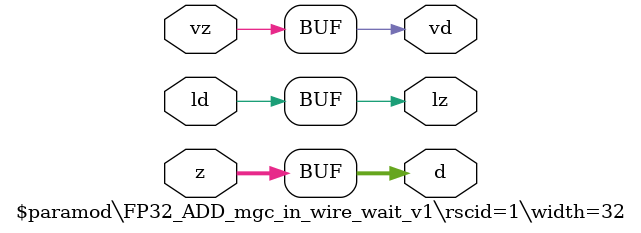
<source format=v>
module \$paramod\FP32_ADD_mgc_in_wire_wait_v1\rscid=1\width=32 (ld, vd, d, lz, vz, z);
  (* src = "./vmod/vlibs/HLS_fp32_add.v:14" *)
  output [31:0] d;
  (* src = "./vmod/vlibs/HLS_fp32_add.v:12" *)
  input ld;
  (* src = "./vmod/vlibs/HLS_fp32_add.v:15" *)
  output lz;
  (* src = "./vmod/vlibs/HLS_fp32_add.v:13" *)
  output vd;
  (* src = "./vmod/vlibs/HLS_fp32_add.v:16" *)
  input vz;
  (* src = "./vmod/vlibs/HLS_fp32_add.v:17" *)
  input [31:0] z;
  assign d = z;
  assign lz = ld;
  assign vd = vz;
endmodule

</source>
